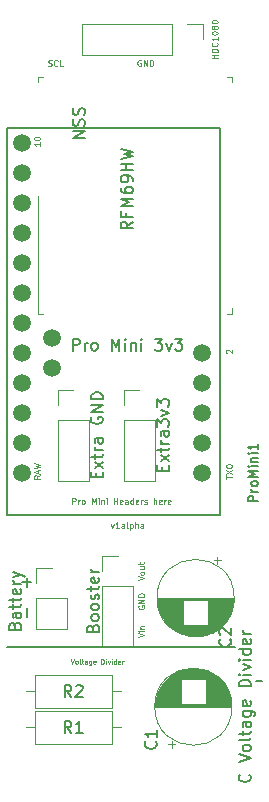
<source format=gbr>
%TF.GenerationSoftware,KiCad,Pcbnew,6.0.2+dfsg-1*%
%TF.CreationDate,2024-09-24T11:18:57+02:00*%
%TF.ProjectId,shield,73686965-6c64-42e6-9b69-6361645f7063,rev?*%
%TF.SameCoordinates,Original*%
%TF.FileFunction,Legend,Top*%
%TF.FilePolarity,Positive*%
%FSLAX46Y46*%
G04 Gerber Fmt 4.6, Leading zero omitted, Abs format (unit mm)*
G04 Created by KiCad (PCBNEW 6.0.2+dfsg-1) date 2024-09-24 11:18:57*
%MOMM*%
%LPD*%
G01*
G04 APERTURE LIST*
%ADD10C,0.150000*%
%ADD11C,0.125000*%
%ADD12C,0.100000*%
%ADD13C,0.160000*%
%ADD14C,0.120000*%
%ADD15C,1.501140*%
G04 APERTURE END LIST*
D10*
X115062000Y-107203000D02*
X115570000Y-107203000D01*
X93980000Y-104300000D02*
X113224000Y-104300000D01*
D11*
X102747142Y-93872857D02*
X102866190Y-94206190D01*
X102985238Y-93872857D01*
X103437619Y-94206190D02*
X103151904Y-94206190D01*
X103294761Y-94206190D02*
X103294761Y-93706190D01*
X103247142Y-93777619D01*
X103199523Y-93825238D01*
X103151904Y-93849047D01*
X103866190Y-94206190D02*
X103866190Y-93944285D01*
X103842380Y-93896666D01*
X103794761Y-93872857D01*
X103699523Y-93872857D01*
X103651904Y-93896666D01*
X103866190Y-94182380D02*
X103818571Y-94206190D01*
X103699523Y-94206190D01*
X103651904Y-94182380D01*
X103628095Y-94134761D01*
X103628095Y-94087142D01*
X103651904Y-94039523D01*
X103699523Y-94015714D01*
X103818571Y-94015714D01*
X103866190Y-93991904D01*
X104175714Y-94206190D02*
X104128095Y-94182380D01*
X104104285Y-94134761D01*
X104104285Y-93706190D01*
X104366190Y-93872857D02*
X104366190Y-94372857D01*
X104366190Y-93896666D02*
X104413809Y-93872857D01*
X104509047Y-93872857D01*
X104556666Y-93896666D01*
X104580476Y-93920476D01*
X104604285Y-93968095D01*
X104604285Y-94110952D01*
X104580476Y-94158571D01*
X104556666Y-94182380D01*
X104509047Y-94206190D01*
X104413809Y-94206190D01*
X104366190Y-94182380D01*
X104818571Y-94206190D02*
X104818571Y-93706190D01*
X105032857Y-94206190D02*
X105032857Y-93944285D01*
X105009047Y-93896666D01*
X104961428Y-93872857D01*
X104890000Y-93872857D01*
X104842380Y-93896666D01*
X104818571Y-93920476D01*
X105485238Y-94206190D02*
X105485238Y-93944285D01*
X105461428Y-93896666D01*
X105413809Y-93872857D01*
X105318571Y-93872857D01*
X105270952Y-93896666D01*
X105485238Y-94182380D02*
X105437619Y-94206190D01*
X105318571Y-94206190D01*
X105270952Y-94182380D01*
X105247142Y-94134761D01*
X105247142Y-94087142D01*
X105270952Y-94039523D01*
X105318571Y-94015714D01*
X105437619Y-94015714D01*
X105485238Y-93991904D01*
D10*
X101214571Y-102676904D02*
X101262190Y-102534047D01*
X101309809Y-102486428D01*
X101405047Y-102438809D01*
X101547904Y-102438809D01*
X101643142Y-102486428D01*
X101690761Y-102534047D01*
X101738380Y-102629285D01*
X101738380Y-103010238D01*
X100738380Y-103010238D01*
X100738380Y-102676904D01*
X100786000Y-102581666D01*
X100833619Y-102534047D01*
X100928857Y-102486428D01*
X101024095Y-102486428D01*
X101119333Y-102534047D01*
X101166952Y-102581666D01*
X101214571Y-102676904D01*
X101214571Y-103010238D01*
X101738380Y-101867380D02*
X101690761Y-101962619D01*
X101643142Y-102010238D01*
X101547904Y-102057857D01*
X101262190Y-102057857D01*
X101166952Y-102010238D01*
X101119333Y-101962619D01*
X101071714Y-101867380D01*
X101071714Y-101724523D01*
X101119333Y-101629285D01*
X101166952Y-101581666D01*
X101262190Y-101534047D01*
X101547904Y-101534047D01*
X101643142Y-101581666D01*
X101690761Y-101629285D01*
X101738380Y-101724523D01*
X101738380Y-101867380D01*
X101738380Y-100962619D02*
X101690761Y-101057857D01*
X101643142Y-101105476D01*
X101547904Y-101153095D01*
X101262190Y-101153095D01*
X101166952Y-101105476D01*
X101119333Y-101057857D01*
X101071714Y-100962619D01*
X101071714Y-100819761D01*
X101119333Y-100724523D01*
X101166952Y-100676904D01*
X101262190Y-100629285D01*
X101547904Y-100629285D01*
X101643142Y-100676904D01*
X101690761Y-100724523D01*
X101738380Y-100819761D01*
X101738380Y-100962619D01*
X101690761Y-100248333D02*
X101738380Y-100153095D01*
X101738380Y-99962619D01*
X101690761Y-99867380D01*
X101595523Y-99819761D01*
X101547904Y-99819761D01*
X101452666Y-99867380D01*
X101405047Y-99962619D01*
X101405047Y-100105476D01*
X101357428Y-100200714D01*
X101262190Y-100248333D01*
X101214571Y-100248333D01*
X101119333Y-100200714D01*
X101071714Y-100105476D01*
X101071714Y-99962619D01*
X101119333Y-99867380D01*
X101071714Y-99534047D02*
X101071714Y-99153095D01*
X100738380Y-99391190D02*
X101595523Y-99391190D01*
X101690761Y-99343571D01*
X101738380Y-99248333D01*
X101738380Y-99153095D01*
X101690761Y-98438809D02*
X101738380Y-98534047D01*
X101738380Y-98724523D01*
X101690761Y-98819761D01*
X101595523Y-98867380D01*
X101214571Y-98867380D01*
X101119333Y-98819761D01*
X101071714Y-98724523D01*
X101071714Y-98534047D01*
X101119333Y-98438809D01*
X101214571Y-98391190D01*
X101309809Y-98391190D01*
X101405047Y-98867380D01*
X101738380Y-97962619D02*
X101071714Y-97962619D01*
X101262190Y-97962619D02*
X101166952Y-97915000D01*
X101119333Y-97867380D01*
X101071714Y-97772142D01*
X101071714Y-97676904D01*
D11*
X99489142Y-92174190D02*
X99489142Y-91674190D01*
X99679619Y-91674190D01*
X99727238Y-91698000D01*
X99751047Y-91721809D01*
X99774857Y-91769428D01*
X99774857Y-91840857D01*
X99751047Y-91888476D01*
X99727238Y-91912285D01*
X99679619Y-91936095D01*
X99489142Y-91936095D01*
X99989142Y-92174190D02*
X99989142Y-91840857D01*
X99989142Y-91936095D02*
X100012952Y-91888476D01*
X100036761Y-91864666D01*
X100084380Y-91840857D01*
X100132000Y-91840857D01*
X100370095Y-92174190D02*
X100322476Y-92150380D01*
X100298666Y-92126571D01*
X100274857Y-92078952D01*
X100274857Y-91936095D01*
X100298666Y-91888476D01*
X100322476Y-91864666D01*
X100370095Y-91840857D01*
X100441523Y-91840857D01*
X100489142Y-91864666D01*
X100512952Y-91888476D01*
X100536761Y-91936095D01*
X100536761Y-92078952D01*
X100512952Y-92126571D01*
X100489142Y-92150380D01*
X100441523Y-92174190D01*
X100370095Y-92174190D01*
X101132000Y-92174190D02*
X101132000Y-91674190D01*
X101298666Y-92031333D01*
X101465333Y-91674190D01*
X101465333Y-92174190D01*
X101703428Y-92174190D02*
X101703428Y-91840857D01*
X101703428Y-91674190D02*
X101679619Y-91698000D01*
X101703428Y-91721809D01*
X101727238Y-91698000D01*
X101703428Y-91674190D01*
X101703428Y-91721809D01*
X101941523Y-91840857D02*
X101941523Y-92174190D01*
X101941523Y-91888476D02*
X101965333Y-91864666D01*
X102012952Y-91840857D01*
X102084380Y-91840857D01*
X102132000Y-91864666D01*
X102155809Y-91912285D01*
X102155809Y-92174190D01*
X102393904Y-92174190D02*
X102393904Y-91840857D01*
X102393904Y-91674190D02*
X102370095Y-91698000D01*
X102393904Y-91721809D01*
X102417714Y-91698000D01*
X102393904Y-91674190D01*
X102393904Y-91721809D01*
X103012952Y-92174190D02*
X103012952Y-91674190D01*
X103012952Y-91912285D02*
X103298666Y-91912285D01*
X103298666Y-92174190D02*
X103298666Y-91674190D01*
X103727238Y-92150380D02*
X103679619Y-92174190D01*
X103584380Y-92174190D01*
X103536761Y-92150380D01*
X103512952Y-92102761D01*
X103512952Y-91912285D01*
X103536761Y-91864666D01*
X103584380Y-91840857D01*
X103679619Y-91840857D01*
X103727238Y-91864666D01*
X103751047Y-91912285D01*
X103751047Y-91959904D01*
X103512952Y-92007523D01*
X104179619Y-92174190D02*
X104179619Y-91912285D01*
X104155809Y-91864666D01*
X104108190Y-91840857D01*
X104012952Y-91840857D01*
X103965333Y-91864666D01*
X104179619Y-92150380D02*
X104132000Y-92174190D01*
X104012952Y-92174190D01*
X103965333Y-92150380D01*
X103941523Y-92102761D01*
X103941523Y-92055142D01*
X103965333Y-92007523D01*
X104012952Y-91983714D01*
X104132000Y-91983714D01*
X104179619Y-91959904D01*
X104632000Y-92174190D02*
X104632000Y-91674190D01*
X104632000Y-92150380D02*
X104584380Y-92174190D01*
X104489142Y-92174190D01*
X104441523Y-92150380D01*
X104417714Y-92126571D01*
X104393904Y-92078952D01*
X104393904Y-91936095D01*
X104417714Y-91888476D01*
X104441523Y-91864666D01*
X104489142Y-91840857D01*
X104584380Y-91840857D01*
X104632000Y-91864666D01*
X105060571Y-92150380D02*
X105012952Y-92174190D01*
X104917714Y-92174190D01*
X104870095Y-92150380D01*
X104846285Y-92102761D01*
X104846285Y-91912285D01*
X104870095Y-91864666D01*
X104917714Y-91840857D01*
X105012952Y-91840857D01*
X105060571Y-91864666D01*
X105084380Y-91912285D01*
X105084380Y-91959904D01*
X104846285Y-92007523D01*
X105298666Y-92174190D02*
X105298666Y-91840857D01*
X105298666Y-91936095D02*
X105322476Y-91888476D01*
X105346285Y-91864666D01*
X105393904Y-91840857D01*
X105441523Y-91840857D01*
X105584380Y-92150380D02*
X105632000Y-92174190D01*
X105727238Y-92174190D01*
X105774857Y-92150380D01*
X105798666Y-92102761D01*
X105798666Y-92078952D01*
X105774857Y-92031333D01*
X105727238Y-92007523D01*
X105655809Y-92007523D01*
X105608190Y-91983714D01*
X105584380Y-91936095D01*
X105584380Y-91912285D01*
X105608190Y-91864666D01*
X105655809Y-91840857D01*
X105727238Y-91840857D01*
X105774857Y-91864666D01*
X106393904Y-92174190D02*
X106393904Y-91674190D01*
X106608190Y-92174190D02*
X106608190Y-91912285D01*
X106584380Y-91864666D01*
X106536761Y-91840857D01*
X106465333Y-91840857D01*
X106417714Y-91864666D01*
X106393904Y-91888476D01*
X107036761Y-92150380D02*
X106989142Y-92174190D01*
X106893904Y-92174190D01*
X106846285Y-92150380D01*
X106822476Y-92102761D01*
X106822476Y-91912285D01*
X106846285Y-91864666D01*
X106893904Y-91840857D01*
X106989142Y-91840857D01*
X107036761Y-91864666D01*
X107060571Y-91912285D01*
X107060571Y-91959904D01*
X106822476Y-92007523D01*
X107274857Y-92174190D02*
X107274857Y-91840857D01*
X107274857Y-91936095D02*
X107298666Y-91888476D01*
X107322476Y-91864666D01*
X107370095Y-91840857D01*
X107417714Y-91840857D01*
X107774857Y-92150380D02*
X107727238Y-92174190D01*
X107632000Y-92174190D01*
X107584380Y-92150380D01*
X107560571Y-92102761D01*
X107560571Y-91912285D01*
X107584380Y-91864666D01*
X107632000Y-91840857D01*
X107727238Y-91840857D01*
X107774857Y-91864666D01*
X107798666Y-91912285D01*
X107798666Y-91959904D01*
X107560571Y-92007523D01*
X105100000Y-100795952D02*
X105076190Y-100843571D01*
X105076190Y-100915000D01*
X105100000Y-100986428D01*
X105147619Y-101034047D01*
X105195238Y-101057857D01*
X105290476Y-101081666D01*
X105361904Y-101081666D01*
X105457142Y-101057857D01*
X105504761Y-101034047D01*
X105552380Y-100986428D01*
X105576190Y-100915000D01*
X105576190Y-100867380D01*
X105552380Y-100795952D01*
X105528571Y-100772142D01*
X105361904Y-100772142D01*
X105361904Y-100867380D01*
X105576190Y-100557857D02*
X105076190Y-100557857D01*
X105576190Y-100272142D01*
X105076190Y-100272142D01*
X105576190Y-100034047D02*
X105076190Y-100034047D01*
X105076190Y-99915000D01*
X105100000Y-99843571D01*
X105147619Y-99795952D01*
X105195238Y-99772142D01*
X105290476Y-99748333D01*
X105361904Y-99748333D01*
X105457142Y-99772142D01*
X105504761Y-99795952D01*
X105552380Y-99843571D01*
X105576190Y-99915000D01*
X105576190Y-100034047D01*
X112549809Y-79390857D02*
X112526000Y-79367047D01*
X112502190Y-79319428D01*
X112502190Y-79200380D01*
X112526000Y-79152761D01*
X112549809Y-79128952D01*
X112597428Y-79105142D01*
X112645047Y-79105142D01*
X112716476Y-79128952D01*
X113002190Y-79414666D01*
X113002190Y-79105142D01*
X112502190Y-90027047D02*
X112502190Y-89741333D01*
X113002190Y-89884190D02*
X112502190Y-89884190D01*
X112502190Y-89622285D02*
X113002190Y-89288952D01*
X112502190Y-89288952D02*
X113002190Y-89622285D01*
X112502190Y-89003238D02*
X112502190Y-88955619D01*
X112526000Y-88908000D01*
X112549809Y-88884190D01*
X112597428Y-88860380D01*
X112692666Y-88836571D01*
X112811714Y-88836571D01*
X112906952Y-88860380D01*
X112954571Y-88884190D01*
X112978380Y-88908000D01*
X113002190Y-88955619D01*
X113002190Y-89003238D01*
X112978380Y-89050857D01*
X112954571Y-89074666D01*
X112906952Y-89098476D01*
X112811714Y-89122285D01*
X112692666Y-89122285D01*
X112597428Y-89098476D01*
X112549809Y-89074666D01*
X112526000Y-89050857D01*
X112502190Y-89003238D01*
D10*
X94610571Y-102486428D02*
X94658190Y-102343571D01*
X94705809Y-102295952D01*
X94801047Y-102248333D01*
X94943904Y-102248333D01*
X95039142Y-102295952D01*
X95086761Y-102343571D01*
X95134380Y-102438809D01*
X95134380Y-102819761D01*
X94134380Y-102819761D01*
X94134380Y-102486428D01*
X94182000Y-102391190D01*
X94229619Y-102343571D01*
X94324857Y-102295952D01*
X94420095Y-102295952D01*
X94515333Y-102343571D01*
X94562952Y-102391190D01*
X94610571Y-102486428D01*
X94610571Y-102819761D01*
X95134380Y-101391190D02*
X94610571Y-101391190D01*
X94515333Y-101438809D01*
X94467714Y-101534047D01*
X94467714Y-101724523D01*
X94515333Y-101819761D01*
X95086761Y-101391190D02*
X95134380Y-101486428D01*
X95134380Y-101724523D01*
X95086761Y-101819761D01*
X94991523Y-101867380D01*
X94896285Y-101867380D01*
X94801047Y-101819761D01*
X94753428Y-101724523D01*
X94753428Y-101486428D01*
X94705809Y-101391190D01*
X94467714Y-101057857D02*
X94467714Y-100676904D01*
X94134380Y-100915000D02*
X94991523Y-100915000D01*
X95086761Y-100867380D01*
X95134380Y-100772142D01*
X95134380Y-100676904D01*
X94467714Y-100486428D02*
X94467714Y-100105476D01*
X94134380Y-100343571D02*
X94991523Y-100343571D01*
X95086761Y-100295952D01*
X95134380Y-100200714D01*
X95134380Y-100105476D01*
X95086761Y-99391190D02*
X95134380Y-99486428D01*
X95134380Y-99676904D01*
X95086761Y-99772142D01*
X94991523Y-99819761D01*
X94610571Y-99819761D01*
X94515333Y-99772142D01*
X94467714Y-99676904D01*
X94467714Y-99486428D01*
X94515333Y-99391190D01*
X94610571Y-99343571D01*
X94705809Y-99343571D01*
X94801047Y-99819761D01*
X95134380Y-98915000D02*
X94467714Y-98915000D01*
X94658190Y-98915000D02*
X94562952Y-98867380D01*
X94515333Y-98819761D01*
X94467714Y-98724523D01*
X94467714Y-98629285D01*
X94467714Y-98391190D02*
X95134380Y-98153095D01*
X94467714Y-97915000D02*
X95134380Y-98153095D01*
X95372476Y-98248333D01*
X95420095Y-98295952D01*
X95467714Y-98391190D01*
X95626571Y-98422426D02*
X95626571Y-99184331D01*
X95245619Y-98803379D02*
X96007523Y-98803379D01*
D11*
X96746190Y-61563238D02*
X96746190Y-61848952D01*
X96746190Y-61706095D02*
X96246190Y-61706095D01*
X96317619Y-61753714D01*
X96365238Y-61801333D01*
X96389047Y-61848952D01*
X96246190Y-61253714D02*
X96246190Y-61206095D01*
X96270000Y-61158476D01*
X96293809Y-61134666D01*
X96341428Y-61110857D01*
X96436666Y-61087047D01*
X96555714Y-61087047D01*
X96650952Y-61110857D01*
X96698571Y-61134666D01*
X96722380Y-61158476D01*
X96746190Y-61206095D01*
X96746190Y-61253714D01*
X96722380Y-61301333D01*
X96698571Y-61325142D01*
X96650952Y-61348952D01*
X96555714Y-61372761D01*
X96436666Y-61372761D01*
X96341428Y-61348952D01*
X96293809Y-61325142D01*
X96270000Y-61301333D01*
X96246190Y-61253714D01*
X105076190Y-103466904D02*
X105576190Y-103300238D01*
X105076190Y-103133571D01*
X105576190Y-102966904D02*
X105242857Y-102966904D01*
X105076190Y-102966904D02*
X105100000Y-102990714D01*
X105123809Y-102966904D01*
X105100000Y-102943095D01*
X105076190Y-102966904D01*
X105123809Y-102966904D01*
X105242857Y-102728809D02*
X105576190Y-102728809D01*
X105290476Y-102728809D02*
X105266666Y-102705000D01*
X105242857Y-102657380D01*
X105242857Y-102585952D01*
X105266666Y-102538333D01*
X105314285Y-102514523D01*
X105576190Y-102514523D01*
X96746190Y-89753238D02*
X96508095Y-89919904D01*
X96746190Y-90038952D02*
X96246190Y-90038952D01*
X96246190Y-89848476D01*
X96270000Y-89800857D01*
X96293809Y-89777047D01*
X96341428Y-89753238D01*
X96412857Y-89753238D01*
X96460476Y-89777047D01*
X96484285Y-89800857D01*
X96508095Y-89848476D01*
X96508095Y-90038952D01*
X96603333Y-89562761D02*
X96603333Y-89324666D01*
X96746190Y-89610380D02*
X96246190Y-89443714D01*
X96746190Y-89277047D01*
X96246190Y-89158000D02*
X96746190Y-89038952D01*
X96389047Y-88943714D01*
X96746190Y-88848476D01*
X96246190Y-88729428D01*
D10*
X95626571Y-100962426D02*
X95626571Y-101724331D01*
D11*
X105283047Y-54614000D02*
X105235428Y-54590190D01*
X105164000Y-54590190D01*
X105092571Y-54614000D01*
X105044952Y-54661619D01*
X105021142Y-54709238D01*
X104997333Y-54804476D01*
X104997333Y-54875904D01*
X105021142Y-54971142D01*
X105044952Y-55018761D01*
X105092571Y-55066380D01*
X105164000Y-55090190D01*
X105211619Y-55090190D01*
X105283047Y-55066380D01*
X105306857Y-55042571D01*
X105306857Y-54875904D01*
X105211619Y-54875904D01*
X105521142Y-55090190D02*
X105521142Y-54590190D01*
X105806857Y-55090190D01*
X105806857Y-54590190D01*
X106044952Y-55090190D02*
X106044952Y-54590190D01*
X106164000Y-54590190D01*
X106235428Y-54614000D01*
X106283047Y-54661619D01*
X106306857Y-54709238D01*
X106330666Y-54804476D01*
X106330666Y-54875904D01*
X106306857Y-54971142D01*
X106283047Y-55018761D01*
X106235428Y-55066380D01*
X106164000Y-55090190D01*
X106044952Y-55090190D01*
X97448761Y-55066380D02*
X97520190Y-55090190D01*
X97639238Y-55090190D01*
X97686857Y-55066380D01*
X97710666Y-55042571D01*
X97734476Y-54994952D01*
X97734476Y-54947333D01*
X97710666Y-54899714D01*
X97686857Y-54875904D01*
X97639238Y-54852095D01*
X97544000Y-54828285D01*
X97496380Y-54804476D01*
X97472571Y-54780666D01*
X97448761Y-54733047D01*
X97448761Y-54685428D01*
X97472571Y-54637809D01*
X97496380Y-54614000D01*
X97544000Y-54590190D01*
X97663047Y-54590190D01*
X97734476Y-54614000D01*
X98234476Y-55042571D02*
X98210666Y-55066380D01*
X98139238Y-55090190D01*
X98091619Y-55090190D01*
X98020190Y-55066380D01*
X97972571Y-55018761D01*
X97948761Y-54971142D01*
X97924952Y-54875904D01*
X97924952Y-54804476D01*
X97948761Y-54709238D01*
X97972571Y-54661619D01*
X98020190Y-54614000D01*
X98091619Y-54590190D01*
X98139238Y-54590190D01*
X98210666Y-54614000D01*
X98234476Y-54637809D01*
X98686857Y-55090190D02*
X98448761Y-55090190D01*
X98448761Y-54590190D01*
X105076190Y-98636904D02*
X105576190Y-98470238D01*
X105076190Y-98303571D01*
X105576190Y-98065476D02*
X105552380Y-98113095D01*
X105528571Y-98136904D01*
X105480952Y-98160714D01*
X105338095Y-98160714D01*
X105290476Y-98136904D01*
X105266666Y-98113095D01*
X105242857Y-98065476D01*
X105242857Y-97994047D01*
X105266666Y-97946428D01*
X105290476Y-97922619D01*
X105338095Y-97898809D01*
X105480952Y-97898809D01*
X105528571Y-97922619D01*
X105552380Y-97946428D01*
X105576190Y-97994047D01*
X105576190Y-98065476D01*
X105242857Y-97470238D02*
X105576190Y-97470238D01*
X105242857Y-97684523D02*
X105504761Y-97684523D01*
X105552380Y-97660714D01*
X105576190Y-97613095D01*
X105576190Y-97541666D01*
X105552380Y-97494047D01*
X105528571Y-97470238D01*
X105242857Y-97303571D02*
X105242857Y-97113095D01*
X105076190Y-97232142D02*
X105504761Y-97232142D01*
X105552380Y-97208333D01*
X105576190Y-97160714D01*
X105576190Y-97113095D01*
D12*
X99361904Y-105305952D02*
X99495238Y-105705952D01*
X99628571Y-105305952D01*
X99819047Y-105705952D02*
X99780952Y-105686904D01*
X99761904Y-105667857D01*
X99742857Y-105629761D01*
X99742857Y-105515476D01*
X99761904Y-105477380D01*
X99780952Y-105458333D01*
X99819047Y-105439285D01*
X99876190Y-105439285D01*
X99914285Y-105458333D01*
X99933333Y-105477380D01*
X99952380Y-105515476D01*
X99952380Y-105629761D01*
X99933333Y-105667857D01*
X99914285Y-105686904D01*
X99876190Y-105705952D01*
X99819047Y-105705952D01*
X100180952Y-105705952D02*
X100142857Y-105686904D01*
X100123809Y-105648809D01*
X100123809Y-105305952D01*
X100276190Y-105439285D02*
X100428571Y-105439285D01*
X100333333Y-105305952D02*
X100333333Y-105648809D01*
X100352380Y-105686904D01*
X100390476Y-105705952D01*
X100428571Y-105705952D01*
X100733333Y-105705952D02*
X100733333Y-105496428D01*
X100714285Y-105458333D01*
X100676190Y-105439285D01*
X100600000Y-105439285D01*
X100561904Y-105458333D01*
X100733333Y-105686904D02*
X100695238Y-105705952D01*
X100600000Y-105705952D01*
X100561904Y-105686904D01*
X100542857Y-105648809D01*
X100542857Y-105610714D01*
X100561904Y-105572619D01*
X100600000Y-105553571D01*
X100695238Y-105553571D01*
X100733333Y-105534523D01*
X101095238Y-105439285D02*
X101095238Y-105763095D01*
X101076190Y-105801190D01*
X101057142Y-105820238D01*
X101019047Y-105839285D01*
X100961904Y-105839285D01*
X100923809Y-105820238D01*
X101095238Y-105686904D02*
X101057142Y-105705952D01*
X100980952Y-105705952D01*
X100942857Y-105686904D01*
X100923809Y-105667857D01*
X100904761Y-105629761D01*
X100904761Y-105515476D01*
X100923809Y-105477380D01*
X100942857Y-105458333D01*
X100980952Y-105439285D01*
X101057142Y-105439285D01*
X101095238Y-105458333D01*
X101438095Y-105686904D02*
X101400000Y-105705952D01*
X101323809Y-105705952D01*
X101285714Y-105686904D01*
X101266666Y-105648809D01*
X101266666Y-105496428D01*
X101285714Y-105458333D01*
X101323809Y-105439285D01*
X101400000Y-105439285D01*
X101438095Y-105458333D01*
X101457142Y-105496428D01*
X101457142Y-105534523D01*
X101266666Y-105572619D01*
X101933333Y-105705952D02*
X101933333Y-105305952D01*
X102028571Y-105305952D01*
X102085714Y-105325000D01*
X102123809Y-105363095D01*
X102142857Y-105401190D01*
X102161904Y-105477380D01*
X102161904Y-105534523D01*
X102142857Y-105610714D01*
X102123809Y-105648809D01*
X102085714Y-105686904D01*
X102028571Y-105705952D01*
X101933333Y-105705952D01*
X102333333Y-105705952D02*
X102333333Y-105439285D01*
X102333333Y-105305952D02*
X102314285Y-105325000D01*
X102333333Y-105344047D01*
X102352380Y-105325000D01*
X102333333Y-105305952D01*
X102333333Y-105344047D01*
X102485714Y-105439285D02*
X102580952Y-105705952D01*
X102676190Y-105439285D01*
X102828571Y-105705952D02*
X102828571Y-105439285D01*
X102828571Y-105305952D02*
X102809523Y-105325000D01*
X102828571Y-105344047D01*
X102847619Y-105325000D01*
X102828571Y-105305952D01*
X102828571Y-105344047D01*
X103190476Y-105705952D02*
X103190476Y-105305952D01*
X103190476Y-105686904D02*
X103152380Y-105705952D01*
X103076190Y-105705952D01*
X103038095Y-105686904D01*
X103019047Y-105667857D01*
X103000000Y-105629761D01*
X103000000Y-105515476D01*
X103019047Y-105477380D01*
X103038095Y-105458333D01*
X103076190Y-105439285D01*
X103152380Y-105439285D01*
X103190476Y-105458333D01*
X103533333Y-105686904D02*
X103495238Y-105705952D01*
X103419047Y-105705952D01*
X103380952Y-105686904D01*
X103361904Y-105648809D01*
X103361904Y-105496428D01*
X103380952Y-105458333D01*
X103419047Y-105439285D01*
X103495238Y-105439285D01*
X103533333Y-105458333D01*
X103552380Y-105496428D01*
X103552380Y-105534523D01*
X103361904Y-105572619D01*
X103723809Y-105705952D02*
X103723809Y-105439285D01*
X103723809Y-105515476D02*
X103742857Y-105477380D01*
X103761904Y-105458333D01*
X103800000Y-105439285D01*
X103838095Y-105439285D01*
D10*
X104592380Y-68270095D02*
X104116190Y-68603428D01*
X104592380Y-68841523D02*
X103592380Y-68841523D01*
X103592380Y-68460571D01*
X103640000Y-68365333D01*
X103687619Y-68317714D01*
X103782857Y-68270095D01*
X103925714Y-68270095D01*
X104020952Y-68317714D01*
X104068571Y-68365333D01*
X104116190Y-68460571D01*
X104116190Y-68841523D01*
X104068571Y-67508190D02*
X104068571Y-67841523D01*
X104592380Y-67841523D02*
X103592380Y-67841523D01*
X103592380Y-67365333D01*
X104592380Y-66984380D02*
X103592380Y-66984380D01*
X104306666Y-66651047D01*
X103592380Y-66317714D01*
X104592380Y-66317714D01*
X103592380Y-65412952D02*
X103592380Y-65603428D01*
X103640000Y-65698666D01*
X103687619Y-65746285D01*
X103830476Y-65841523D01*
X104020952Y-65889142D01*
X104401904Y-65889142D01*
X104497142Y-65841523D01*
X104544761Y-65793904D01*
X104592380Y-65698666D01*
X104592380Y-65508190D01*
X104544761Y-65412952D01*
X104497142Y-65365333D01*
X104401904Y-65317714D01*
X104163809Y-65317714D01*
X104068571Y-65365333D01*
X104020952Y-65412952D01*
X103973333Y-65508190D01*
X103973333Y-65698666D01*
X104020952Y-65793904D01*
X104068571Y-65841523D01*
X104163809Y-65889142D01*
X104592380Y-64841523D02*
X104592380Y-64651047D01*
X104544761Y-64555809D01*
X104497142Y-64508190D01*
X104354285Y-64412952D01*
X104163809Y-64365333D01*
X103782857Y-64365333D01*
X103687619Y-64412952D01*
X103640000Y-64460571D01*
X103592380Y-64555809D01*
X103592380Y-64746285D01*
X103640000Y-64841523D01*
X103687619Y-64889142D01*
X103782857Y-64936761D01*
X104020952Y-64936761D01*
X104116190Y-64889142D01*
X104163809Y-64841523D01*
X104211428Y-64746285D01*
X104211428Y-64555809D01*
X104163809Y-64460571D01*
X104116190Y-64412952D01*
X104020952Y-64365333D01*
X104592380Y-63936761D02*
X103592380Y-63936761D01*
X104068571Y-63936761D02*
X104068571Y-63365333D01*
X104592380Y-63365333D02*
X103592380Y-63365333D01*
X103592380Y-62984380D02*
X104592380Y-62746285D01*
X103878095Y-62555809D01*
X104592380Y-62365333D01*
X103592380Y-62127238D01*
X101528571Y-89931428D02*
X101528571Y-89598095D01*
X102052380Y-89455238D02*
X102052380Y-89931428D01*
X101052380Y-89931428D01*
X101052380Y-89455238D01*
X102052380Y-89121904D02*
X101385714Y-88598095D01*
X101385714Y-89121904D02*
X102052380Y-88598095D01*
X101385714Y-88360000D02*
X101385714Y-87979047D01*
X101052380Y-88217142D02*
X101909523Y-88217142D01*
X102004761Y-88169523D01*
X102052380Y-88074285D01*
X102052380Y-87979047D01*
X102052380Y-87645714D02*
X101385714Y-87645714D01*
X101576190Y-87645714D02*
X101480952Y-87598095D01*
X101433333Y-87550476D01*
X101385714Y-87455238D01*
X101385714Y-87360000D01*
X102052380Y-86598095D02*
X101528571Y-86598095D01*
X101433333Y-86645714D01*
X101385714Y-86740952D01*
X101385714Y-86931428D01*
X101433333Y-87026666D01*
X102004761Y-86598095D02*
X102052380Y-86693333D01*
X102052380Y-86931428D01*
X102004761Y-87026666D01*
X101909523Y-87074285D01*
X101814285Y-87074285D01*
X101719047Y-87026666D01*
X101671428Y-86931428D01*
X101671428Y-86693333D01*
X101623809Y-86598095D01*
X101100000Y-84836190D02*
X101052380Y-84931428D01*
X101052380Y-85074285D01*
X101100000Y-85217142D01*
X101195238Y-85312380D01*
X101290476Y-85360000D01*
X101480952Y-85407619D01*
X101623809Y-85407619D01*
X101814285Y-85360000D01*
X101909523Y-85312380D01*
X102004761Y-85217142D01*
X102052380Y-85074285D01*
X102052380Y-84979047D01*
X102004761Y-84836190D01*
X101957142Y-84788571D01*
X101623809Y-84788571D01*
X101623809Y-84979047D01*
X102052380Y-84360000D02*
X101052380Y-84360000D01*
X102052380Y-83788571D01*
X101052380Y-83788571D01*
X102052380Y-83312380D02*
X101052380Y-83312380D01*
X101052380Y-83074285D01*
X101100000Y-82931428D01*
X101195238Y-82836190D01*
X101290476Y-82788571D01*
X101480952Y-82740952D01*
X101623809Y-82740952D01*
X101814285Y-82788571D01*
X101909523Y-82836190D01*
X102004761Y-82931428D01*
X102052380Y-83074285D01*
X102052380Y-83312380D01*
X100528380Y-61182095D02*
X99528380Y-61182095D01*
X100528380Y-60610666D01*
X99528380Y-60610666D01*
X100480761Y-60182095D02*
X100528380Y-60039238D01*
X100528380Y-59801142D01*
X100480761Y-59705904D01*
X100433142Y-59658285D01*
X100337904Y-59610666D01*
X100242666Y-59610666D01*
X100147428Y-59658285D01*
X100099809Y-59705904D01*
X100052190Y-59801142D01*
X100004571Y-59991619D01*
X99956952Y-60086857D01*
X99909333Y-60134476D01*
X99814095Y-60182095D01*
X99718857Y-60182095D01*
X99623619Y-60134476D01*
X99576000Y-60086857D01*
X99528380Y-59991619D01*
X99528380Y-59753523D01*
X99576000Y-59610666D01*
X100480761Y-59229714D02*
X100528380Y-59086857D01*
X100528380Y-58848761D01*
X100480761Y-58753523D01*
X100433142Y-58705904D01*
X100337904Y-58658285D01*
X100242666Y-58658285D01*
X100147428Y-58705904D01*
X100099809Y-58753523D01*
X100052190Y-58848761D01*
X100004571Y-59039238D01*
X99956952Y-59134476D01*
X99909333Y-59182095D01*
X99814095Y-59229714D01*
X99718857Y-59229714D01*
X99623619Y-59182095D01*
X99576000Y-59134476D01*
X99528380Y-59039238D01*
X99528380Y-58801142D01*
X99576000Y-58658285D01*
%TO.C,C2*%
X112819142Y-103629666D02*
X112866761Y-103677285D01*
X112914380Y-103820142D01*
X112914380Y-103915380D01*
X112866761Y-104058238D01*
X112771523Y-104153476D01*
X112676285Y-104201095D01*
X112485809Y-104248714D01*
X112342952Y-104248714D01*
X112152476Y-104201095D01*
X112057238Y-104153476D01*
X111962000Y-104058238D01*
X111914380Y-103915380D01*
X111914380Y-103820142D01*
X111962000Y-103677285D01*
X112009619Y-103629666D01*
X112009619Y-103248714D02*
X111962000Y-103201095D01*
X111914380Y-103105857D01*
X111914380Y-102867761D01*
X111962000Y-102772523D01*
X112009619Y-102724904D01*
X112104857Y-102677285D01*
X112200095Y-102677285D01*
X112342952Y-102724904D01*
X112914380Y-103296333D01*
X112914380Y-102677285D01*
X112832974Y-103631420D02*
X112880593Y-103679039D01*
X112928212Y-103821896D01*
X112928212Y-103917134D01*
X112880593Y-104059992D01*
X112785355Y-104155230D01*
X112690117Y-104202849D01*
X112499641Y-104250468D01*
X112356784Y-104250468D01*
X112166308Y-104202849D01*
X112071070Y-104155230D01*
X111975832Y-104059992D01*
X111928212Y-103917134D01*
X111928212Y-103821896D01*
X111975832Y-103679039D01*
X112023451Y-103631420D01*
X112023451Y-103250468D02*
X111975832Y-103202849D01*
X111928212Y-103107611D01*
X111928212Y-102869515D01*
X111975832Y-102774277D01*
X112023451Y-102726658D01*
X112118689Y-102679039D01*
X112213927Y-102679039D01*
X112356784Y-102726658D01*
X112928212Y-103298087D01*
X112928212Y-102679039D01*
%TO.C,R1*%
X99401333Y-111550380D02*
X99068000Y-111074190D01*
X98829904Y-111550380D02*
X98829904Y-110550380D01*
X99210857Y-110550380D01*
X99306095Y-110598000D01*
X99353714Y-110645619D01*
X99401333Y-110740857D01*
X99401333Y-110883714D01*
X99353714Y-110978952D01*
X99306095Y-111026571D01*
X99210857Y-111074190D01*
X98829904Y-111074190D01*
X100353714Y-111550380D02*
X99782285Y-111550380D01*
X100068000Y-111550380D02*
X100068000Y-110550380D01*
X99972761Y-110693238D01*
X99877523Y-110788476D01*
X99782285Y-110836095D01*
%TO.C,Extra3v3*%
X107116571Y-89360000D02*
X107116571Y-89026666D01*
X107640380Y-88883809D02*
X107640380Y-89360000D01*
X106640380Y-89360000D01*
X106640380Y-88883809D01*
X107640380Y-88550476D02*
X106973714Y-88026666D01*
X106973714Y-88550476D02*
X107640380Y-88026666D01*
X106973714Y-87788571D02*
X106973714Y-87407619D01*
X106640380Y-87645714D02*
X107497523Y-87645714D01*
X107592761Y-87598095D01*
X107640380Y-87502857D01*
X107640380Y-87407619D01*
X107640380Y-87074285D02*
X106973714Y-87074285D01*
X107164190Y-87074285D02*
X107068952Y-87026666D01*
X107021333Y-86979047D01*
X106973714Y-86883809D01*
X106973714Y-86788571D01*
X107640380Y-86026666D02*
X107116571Y-86026666D01*
X107021333Y-86074285D01*
X106973714Y-86169523D01*
X106973714Y-86360000D01*
X107021333Y-86455238D01*
X107592761Y-86026666D02*
X107640380Y-86121904D01*
X107640380Y-86360000D01*
X107592761Y-86455238D01*
X107497523Y-86502857D01*
X107402285Y-86502857D01*
X107307047Y-86455238D01*
X107259428Y-86360000D01*
X107259428Y-86121904D01*
X107211809Y-86026666D01*
X106640380Y-85645714D02*
X106640380Y-85026666D01*
X107021333Y-85360000D01*
X107021333Y-85217142D01*
X107068952Y-85121904D01*
X107116571Y-85074285D01*
X107211809Y-85026666D01*
X107449904Y-85026666D01*
X107545142Y-85074285D01*
X107592761Y-85121904D01*
X107640380Y-85217142D01*
X107640380Y-85502857D01*
X107592761Y-85598095D01*
X107545142Y-85645714D01*
X106973714Y-84693333D02*
X107640380Y-84455238D01*
X106973714Y-84217142D01*
X106640380Y-83931428D02*
X106640380Y-83312380D01*
X107021333Y-83645714D01*
X107021333Y-83502857D01*
X107068952Y-83407619D01*
X107116571Y-83360000D01*
X107211809Y-83312380D01*
X107449904Y-83312380D01*
X107545142Y-83360000D01*
X107592761Y-83407619D01*
X107640380Y-83502857D01*
X107640380Y-83788571D01*
X107592761Y-83883809D01*
X107545142Y-83931428D01*
D11*
%TO.C,HDC1080*%
X111776190Y-54427238D02*
X111276190Y-54427238D01*
X111514285Y-54427238D02*
X111514285Y-54141523D01*
X111776190Y-54141523D02*
X111276190Y-54141523D01*
X111776190Y-53903428D02*
X111276190Y-53903428D01*
X111276190Y-53784380D01*
X111300000Y-53712952D01*
X111347619Y-53665333D01*
X111395238Y-53641523D01*
X111490476Y-53617714D01*
X111561904Y-53617714D01*
X111657142Y-53641523D01*
X111704761Y-53665333D01*
X111752380Y-53712952D01*
X111776190Y-53784380D01*
X111776190Y-53903428D01*
X111728571Y-53117714D02*
X111752380Y-53141523D01*
X111776190Y-53212952D01*
X111776190Y-53260571D01*
X111752380Y-53332000D01*
X111704761Y-53379619D01*
X111657142Y-53403428D01*
X111561904Y-53427238D01*
X111490476Y-53427238D01*
X111395238Y-53403428D01*
X111347619Y-53379619D01*
X111300000Y-53332000D01*
X111276190Y-53260571D01*
X111276190Y-53212952D01*
X111300000Y-53141523D01*
X111323809Y-53117714D01*
X111776190Y-52641523D02*
X111776190Y-52927238D01*
X111776190Y-52784380D02*
X111276190Y-52784380D01*
X111347619Y-52832000D01*
X111395238Y-52879619D01*
X111419047Y-52927238D01*
X111276190Y-52332000D02*
X111276190Y-52284380D01*
X111300000Y-52236761D01*
X111323809Y-52212952D01*
X111371428Y-52189142D01*
X111466666Y-52165333D01*
X111585714Y-52165333D01*
X111680952Y-52189142D01*
X111728571Y-52212952D01*
X111752380Y-52236761D01*
X111776190Y-52284380D01*
X111776190Y-52332000D01*
X111752380Y-52379619D01*
X111728571Y-52403428D01*
X111680952Y-52427238D01*
X111585714Y-52451047D01*
X111466666Y-52451047D01*
X111371428Y-52427238D01*
X111323809Y-52403428D01*
X111300000Y-52379619D01*
X111276190Y-52332000D01*
X111490476Y-51879619D02*
X111466666Y-51927238D01*
X111442857Y-51951047D01*
X111395238Y-51974857D01*
X111371428Y-51974857D01*
X111323809Y-51951047D01*
X111300000Y-51927238D01*
X111276190Y-51879619D01*
X111276190Y-51784380D01*
X111300000Y-51736761D01*
X111323809Y-51712952D01*
X111371428Y-51689142D01*
X111395238Y-51689142D01*
X111442857Y-51712952D01*
X111466666Y-51736761D01*
X111490476Y-51784380D01*
X111490476Y-51879619D01*
X111514285Y-51927238D01*
X111538095Y-51951047D01*
X111585714Y-51974857D01*
X111680952Y-51974857D01*
X111728571Y-51951047D01*
X111752380Y-51927238D01*
X111776190Y-51879619D01*
X111776190Y-51784380D01*
X111752380Y-51736761D01*
X111728571Y-51712952D01*
X111680952Y-51689142D01*
X111585714Y-51689142D01*
X111538095Y-51712952D01*
X111514285Y-51736761D01*
X111490476Y-51784380D01*
X111276190Y-51379619D02*
X111276190Y-51332000D01*
X111300000Y-51284380D01*
X111323809Y-51260571D01*
X111371428Y-51236761D01*
X111466666Y-51212952D01*
X111585714Y-51212952D01*
X111680952Y-51236761D01*
X111728571Y-51260571D01*
X111752380Y-51284380D01*
X111776190Y-51332000D01*
X111776190Y-51379619D01*
X111752380Y-51427238D01*
X111728571Y-51451047D01*
X111680952Y-51474857D01*
X111585714Y-51498666D01*
X111466666Y-51498666D01*
X111371428Y-51474857D01*
X111323809Y-51451047D01*
X111300000Y-51427238D01*
X111276190Y-51379619D01*
D10*
%TO.C,R2*%
X99401333Y-108502380D02*
X99068000Y-108026190D01*
X98829904Y-108502380D02*
X98829904Y-107502380D01*
X99210857Y-107502380D01*
X99306095Y-107550000D01*
X99353714Y-107597619D01*
X99401333Y-107692857D01*
X99401333Y-107835714D01*
X99353714Y-107930952D01*
X99306095Y-107978571D01*
X99210857Y-108026190D01*
X98829904Y-108026190D01*
X99782285Y-107597619D02*
X99829904Y-107550000D01*
X99925142Y-107502380D01*
X100163238Y-107502380D01*
X100258476Y-107550000D01*
X100306095Y-107597619D01*
X100353714Y-107692857D01*
X100353714Y-107788095D01*
X100306095Y-107930952D01*
X99734666Y-108502380D01*
X100353714Y-108502380D01*
%TO.C,C1*%
X106529142Y-112280666D02*
X106576761Y-112328285D01*
X106624380Y-112471142D01*
X106624380Y-112566380D01*
X106576761Y-112709238D01*
X106481523Y-112804476D01*
X106386285Y-112852095D01*
X106195809Y-112899714D01*
X106052952Y-112899714D01*
X105862476Y-112852095D01*
X105767238Y-112804476D01*
X105672000Y-112709238D01*
X105624380Y-112566380D01*
X105624380Y-112471142D01*
X105672000Y-112328285D01*
X105719619Y-112280666D01*
X106624380Y-111328285D02*
X106624380Y-111899714D01*
X106624380Y-111614000D02*
X105624380Y-111614000D01*
X105767238Y-111709238D01*
X105862476Y-111804476D01*
X105910095Y-111899714D01*
X114485142Y-115101904D02*
X114532761Y-115149523D01*
X114580380Y-115292380D01*
X114580380Y-115387619D01*
X114532761Y-115530476D01*
X114437523Y-115625714D01*
X114342285Y-115673333D01*
X114151809Y-115720952D01*
X114008952Y-115720952D01*
X113818476Y-115673333D01*
X113723238Y-115625714D01*
X113628000Y-115530476D01*
X113580380Y-115387619D01*
X113580380Y-115292380D01*
X113628000Y-115149523D01*
X113675619Y-115101904D01*
X113580380Y-114054285D02*
X114580380Y-113720952D01*
X113580380Y-113387619D01*
X114580380Y-112911428D02*
X114532761Y-113006666D01*
X114485142Y-113054285D01*
X114389904Y-113101904D01*
X114104190Y-113101904D01*
X114008952Y-113054285D01*
X113961333Y-113006666D01*
X113913714Y-112911428D01*
X113913714Y-112768571D01*
X113961333Y-112673333D01*
X114008952Y-112625714D01*
X114104190Y-112578095D01*
X114389904Y-112578095D01*
X114485142Y-112625714D01*
X114532761Y-112673333D01*
X114580380Y-112768571D01*
X114580380Y-112911428D01*
X114580380Y-112006666D02*
X114532761Y-112101904D01*
X114437523Y-112149523D01*
X113580380Y-112149523D01*
X113913714Y-111768571D02*
X113913714Y-111387619D01*
X113580380Y-111625714D02*
X114437523Y-111625714D01*
X114532761Y-111578095D01*
X114580380Y-111482857D01*
X114580380Y-111387619D01*
X114580380Y-110625714D02*
X114056571Y-110625714D01*
X113961333Y-110673333D01*
X113913714Y-110768571D01*
X113913714Y-110959047D01*
X113961333Y-111054285D01*
X114532761Y-110625714D02*
X114580380Y-110720952D01*
X114580380Y-110959047D01*
X114532761Y-111054285D01*
X114437523Y-111101904D01*
X114342285Y-111101904D01*
X114247047Y-111054285D01*
X114199428Y-110959047D01*
X114199428Y-110720952D01*
X114151809Y-110625714D01*
X113913714Y-109720952D02*
X114723238Y-109720952D01*
X114818476Y-109768571D01*
X114866095Y-109816190D01*
X114913714Y-109911428D01*
X114913714Y-110054285D01*
X114866095Y-110149523D01*
X114532761Y-109720952D02*
X114580380Y-109816190D01*
X114580380Y-110006666D01*
X114532761Y-110101904D01*
X114485142Y-110149523D01*
X114389904Y-110197142D01*
X114104190Y-110197142D01*
X114008952Y-110149523D01*
X113961333Y-110101904D01*
X113913714Y-110006666D01*
X113913714Y-109816190D01*
X113961333Y-109720952D01*
X114532761Y-108863809D02*
X114580380Y-108959047D01*
X114580380Y-109149523D01*
X114532761Y-109244761D01*
X114437523Y-109292380D01*
X114056571Y-109292380D01*
X113961333Y-109244761D01*
X113913714Y-109149523D01*
X113913714Y-108959047D01*
X113961333Y-108863809D01*
X114056571Y-108816190D01*
X114151809Y-108816190D01*
X114247047Y-109292380D01*
X114580380Y-107625714D02*
X113580380Y-107625714D01*
X113580380Y-107387619D01*
X113628000Y-107244761D01*
X113723238Y-107149523D01*
X113818476Y-107101904D01*
X114008952Y-107054285D01*
X114151809Y-107054285D01*
X114342285Y-107101904D01*
X114437523Y-107149523D01*
X114532761Y-107244761D01*
X114580380Y-107387619D01*
X114580380Y-107625714D01*
X114580380Y-106625714D02*
X113913714Y-106625714D01*
X113580380Y-106625714D02*
X113628000Y-106673333D01*
X113675619Y-106625714D01*
X113628000Y-106578095D01*
X113580380Y-106625714D01*
X113675619Y-106625714D01*
X113913714Y-106244761D02*
X114580380Y-106006666D01*
X113913714Y-105768571D01*
X114580380Y-105387619D02*
X113913714Y-105387619D01*
X113580380Y-105387619D02*
X113628000Y-105435238D01*
X113675619Y-105387619D01*
X113628000Y-105340000D01*
X113580380Y-105387619D01*
X113675619Y-105387619D01*
X114580380Y-104482857D02*
X113580380Y-104482857D01*
X114532761Y-104482857D02*
X114580380Y-104578095D01*
X114580380Y-104768571D01*
X114532761Y-104863809D01*
X114485142Y-104911428D01*
X114389904Y-104959047D01*
X114104190Y-104959047D01*
X114008952Y-104911428D01*
X113961333Y-104863809D01*
X113913714Y-104768571D01*
X113913714Y-104578095D01*
X113961333Y-104482857D01*
X114532761Y-103625714D02*
X114580380Y-103720952D01*
X114580380Y-103911428D01*
X114532761Y-104006666D01*
X114437523Y-104054285D01*
X114056571Y-104054285D01*
X113961333Y-104006666D01*
X113913714Y-103911428D01*
X113913714Y-103720952D01*
X113961333Y-103625714D01*
X114056571Y-103578095D01*
X114151809Y-103578095D01*
X114247047Y-104054285D01*
X114580380Y-103149523D02*
X113913714Y-103149523D01*
X114104190Y-103149523D02*
X114008952Y-103101904D01*
X113961333Y-103054285D01*
X113913714Y-102959047D01*
X113913714Y-102863809D01*
D13*
%TO.C,ProMini1*%
X115169904Y-91935000D02*
X114369904Y-91935000D01*
X114369904Y-91630238D01*
X114408000Y-91554047D01*
X114446095Y-91515952D01*
X114522285Y-91477857D01*
X114636571Y-91477857D01*
X114712761Y-91515952D01*
X114750857Y-91554047D01*
X114788952Y-91630238D01*
X114788952Y-91935000D01*
X115169904Y-91135000D02*
X114636571Y-91135000D01*
X114788952Y-91135000D02*
X114712761Y-91096904D01*
X114674666Y-91058809D01*
X114636571Y-90982619D01*
X114636571Y-90906428D01*
X115169904Y-90525476D02*
X115131809Y-90601666D01*
X115093714Y-90639761D01*
X115017523Y-90677857D01*
X114788952Y-90677857D01*
X114712761Y-90639761D01*
X114674666Y-90601666D01*
X114636571Y-90525476D01*
X114636571Y-90411190D01*
X114674666Y-90335000D01*
X114712761Y-90296904D01*
X114788952Y-90258809D01*
X115017523Y-90258809D01*
X115093714Y-90296904D01*
X115131809Y-90335000D01*
X115169904Y-90411190D01*
X115169904Y-90525476D01*
X115169904Y-89915952D02*
X114369904Y-89915952D01*
X114941333Y-89649285D01*
X114369904Y-89382619D01*
X115169904Y-89382619D01*
X115169904Y-89001666D02*
X114636571Y-89001666D01*
X114369904Y-89001666D02*
X114408000Y-89039761D01*
X114446095Y-89001666D01*
X114408000Y-88963571D01*
X114369904Y-89001666D01*
X114446095Y-89001666D01*
X114636571Y-88620714D02*
X115169904Y-88620714D01*
X114712761Y-88620714D02*
X114674666Y-88582619D01*
X114636571Y-88506428D01*
X114636571Y-88392142D01*
X114674666Y-88315952D01*
X114750857Y-88277857D01*
X115169904Y-88277857D01*
X115169904Y-87896904D02*
X114636571Y-87896904D01*
X114369904Y-87896904D02*
X114408000Y-87935000D01*
X114446095Y-87896904D01*
X114408000Y-87858809D01*
X114369904Y-87896904D01*
X114446095Y-87896904D01*
X115169904Y-87096904D02*
X115169904Y-87554047D01*
X115169904Y-87325476D02*
X114369904Y-87325476D01*
X114484190Y-87401666D01*
X114560380Y-87477857D01*
X114598476Y-87554047D01*
D10*
X99520952Y-79192380D02*
X99520952Y-78192380D01*
X99901904Y-78192380D01*
X99997142Y-78240000D01*
X100044761Y-78287619D01*
X100092380Y-78382857D01*
X100092380Y-78525714D01*
X100044761Y-78620952D01*
X99997142Y-78668571D01*
X99901904Y-78716190D01*
X99520952Y-78716190D01*
X100520952Y-79192380D02*
X100520952Y-78525714D01*
X100520952Y-78716190D02*
X100568571Y-78620952D01*
X100616190Y-78573333D01*
X100711428Y-78525714D01*
X100806666Y-78525714D01*
X101282857Y-79192380D02*
X101187619Y-79144761D01*
X101140000Y-79097142D01*
X101092380Y-79001904D01*
X101092380Y-78716190D01*
X101140000Y-78620952D01*
X101187619Y-78573333D01*
X101282857Y-78525714D01*
X101425714Y-78525714D01*
X101520952Y-78573333D01*
X101568571Y-78620952D01*
X101616190Y-78716190D01*
X101616190Y-79001904D01*
X101568571Y-79097142D01*
X101520952Y-79144761D01*
X101425714Y-79192380D01*
X101282857Y-79192380D01*
X102806666Y-79192380D02*
X102806666Y-78192380D01*
X103140000Y-78906666D01*
X103473333Y-78192380D01*
X103473333Y-79192380D01*
X103949523Y-79192380D02*
X103949523Y-78525714D01*
X103949523Y-78192380D02*
X103901904Y-78240000D01*
X103949523Y-78287619D01*
X103997142Y-78240000D01*
X103949523Y-78192380D01*
X103949523Y-78287619D01*
X104425714Y-78525714D02*
X104425714Y-79192380D01*
X104425714Y-78620952D02*
X104473333Y-78573333D01*
X104568571Y-78525714D01*
X104711428Y-78525714D01*
X104806666Y-78573333D01*
X104854285Y-78668571D01*
X104854285Y-79192380D01*
X105330476Y-79192380D02*
X105330476Y-78525714D01*
X105330476Y-78192380D02*
X105282857Y-78240000D01*
X105330476Y-78287619D01*
X105378095Y-78240000D01*
X105330476Y-78192380D01*
X105330476Y-78287619D01*
X106473333Y-78192380D02*
X107092380Y-78192380D01*
X106759047Y-78573333D01*
X106901904Y-78573333D01*
X106997142Y-78620952D01*
X107044761Y-78668571D01*
X107092380Y-78763809D01*
X107092380Y-79001904D01*
X107044761Y-79097142D01*
X106997142Y-79144761D01*
X106901904Y-79192380D01*
X106616190Y-79192380D01*
X106520952Y-79144761D01*
X106473333Y-79097142D01*
X107425714Y-78525714D02*
X107663809Y-79192380D01*
X107901904Y-78525714D01*
X108187619Y-78192380D02*
X108806666Y-78192380D01*
X108473333Y-78573333D01*
X108616190Y-78573333D01*
X108711428Y-78620952D01*
X108759047Y-78668571D01*
X108806666Y-78763809D01*
X108806666Y-79001904D01*
X108759047Y-79097142D01*
X108711428Y-79144761D01*
X108616190Y-79192380D01*
X108330476Y-79192380D01*
X108235238Y-79144761D01*
X108187619Y-79097142D01*
D12*
%TO.C,RFM69HW1*%
X96575000Y-76090000D02*
X96575000Y-66090000D01*
X96575000Y-55990000D02*
X96975000Y-55990000D01*
X112975000Y-76090000D02*
X112975000Y-75590000D01*
X112575000Y-76090000D02*
X112975000Y-76090000D01*
X96575000Y-56490000D02*
X96575000Y-55990000D01*
X112975000Y-56490000D02*
X112975000Y-55990000D01*
X112575000Y-55990000D02*
X112975000Y-55990000D01*
X96575000Y-76090000D02*
X96975000Y-76090000D01*
D14*
%TO.C,C2*%
X113192000Y-100141000D02*
G75*
G03*
X113192000Y-100141000I-3270000J0D01*
G01*
X110724000Y-103302000D02*
X109120000Y-103302000D01*
X108882000Y-101782000D02*
X107132000Y-101782000D01*
X112874000Y-101462000D02*
X110962000Y-101462000D01*
X108882000Y-101822000D02*
X107156000Y-101822000D01*
X108882000Y-100461000D02*
X106707000Y-100461000D01*
X112302000Y-102342000D02*
X110962000Y-102342000D01*
X112955000Y-101262000D02*
X110962000Y-101262000D01*
X113149000Y-100301000D02*
X106695000Y-100301000D01*
X112227000Y-102422000D02*
X110962000Y-102422000D01*
X112014000Y-102622000D02*
X107830000Y-102622000D01*
X108882000Y-101662000D02*
X107066000Y-101662000D01*
X112996000Y-101142000D02*
X110962000Y-101142000D01*
X110862000Y-103262000D02*
X108982000Y-103262000D01*
X113063000Y-100902000D02*
X110962000Y-100902000D01*
X113144000Y-100381000D02*
X110962000Y-100381000D01*
X111636000Y-102902000D02*
X108208000Y-102902000D01*
X112818000Y-101582000D02*
X110962000Y-101582000D01*
X111917000Y-102702000D02*
X107927000Y-102702000D01*
X108882000Y-100741000D02*
X106747000Y-100741000D01*
X108882000Y-101542000D02*
X107006000Y-101542000D01*
X108882000Y-102142000D02*
X107374000Y-102142000D01*
X108882000Y-101302000D02*
X106904000Y-101302000D01*
X108882000Y-101342000D02*
X106920000Y-101342000D01*
X108882000Y-100621000D02*
X106727000Y-100621000D01*
X112470000Y-102142000D02*
X110962000Y-102142000D01*
X112778000Y-101662000D02*
X110962000Y-101662000D01*
X110981000Y-103222000D02*
X108863000Y-103222000D01*
X112983000Y-101182000D02*
X110962000Y-101182000D01*
X113150000Y-100261000D02*
X106694000Y-100261000D01*
X111866000Y-102742000D02*
X107978000Y-102742000D01*
X112856000Y-101502000D02*
X110962000Y-101502000D01*
X112187000Y-102462000D02*
X107657000Y-102462000D01*
X113081000Y-100821000D02*
X110962000Y-100821000D01*
X108882000Y-102382000D02*
X107579000Y-102382000D01*
X108882000Y-101222000D02*
X106875000Y-101222000D01*
X108882000Y-101582000D02*
X107026000Y-101582000D01*
X112529000Y-102062000D02*
X110962000Y-102062000D01*
X113152000Y-100141000D02*
X106692000Y-100141000D01*
X112798000Y-101622000D02*
X110962000Y-101622000D01*
X113104000Y-100701000D02*
X110962000Y-100701000D01*
X110555000Y-103342000D02*
X109289000Y-103342000D01*
X112406000Y-102222000D02*
X110962000Y-102222000D01*
X112712000Y-101782000D02*
X110962000Y-101782000D01*
X108882000Y-100821000D02*
X106763000Y-100821000D01*
X112908000Y-101382000D02*
X110962000Y-101382000D01*
X113123000Y-100581000D02*
X110962000Y-100581000D01*
X108882000Y-101862000D02*
X107180000Y-101862000D01*
X108882000Y-100661000D02*
X106733000Y-100661000D01*
X112940000Y-101302000D02*
X110962000Y-101302000D01*
X111812000Y-102782000D02*
X108032000Y-102782000D01*
X108882000Y-102182000D02*
X107406000Y-102182000D01*
X113072000Y-100862000D02*
X110962000Y-100862000D01*
X112146000Y-102502000D02*
X107698000Y-102502000D01*
X113117000Y-100621000D02*
X110962000Y-100621000D01*
X108882000Y-102062000D02*
X107315000Y-102062000D01*
X113152000Y-100181000D02*
X106692000Y-100181000D01*
X113020000Y-101062000D02*
X110962000Y-101062000D01*
X113152000Y-100221000D02*
X106692000Y-100221000D01*
X112372000Y-102262000D02*
X110962000Y-102262000D01*
X112664000Y-101862000D02*
X110962000Y-101862000D01*
X108882000Y-100781000D02*
X106755000Y-100781000D01*
X113053000Y-100942000D02*
X110962000Y-100942000D01*
X111184000Y-103142000D02*
X108660000Y-103142000D01*
X113097000Y-100741000D02*
X110962000Y-100741000D01*
X108882000Y-101622000D02*
X107046000Y-101622000D01*
X108882000Y-100541000D02*
X106716000Y-100541000D01*
X112104000Y-102542000D02*
X107740000Y-102542000D01*
X112265000Y-102382000D02*
X110962000Y-102382000D01*
X112338000Y-102302000D02*
X110962000Y-102302000D01*
X108882000Y-100421000D02*
X106704000Y-100421000D01*
X108882000Y-101742000D02*
X107110000Y-101742000D01*
X108882000Y-100982000D02*
X106801000Y-100982000D01*
X108882000Y-101382000D02*
X106936000Y-101382000D01*
X112892000Y-101422000D02*
X110962000Y-101422000D01*
X108882000Y-102222000D02*
X107438000Y-102222000D01*
X108882000Y-102422000D02*
X107617000Y-102422000D01*
X113140000Y-100421000D02*
X110962000Y-100421000D01*
X113146000Y-100341000D02*
X106698000Y-100341000D01*
X108882000Y-102302000D02*
X107506000Y-102302000D01*
X112586000Y-101982000D02*
X110962000Y-101982000D01*
X108882000Y-101182000D02*
X106861000Y-101182000D01*
X108882000Y-100942000D02*
X106791000Y-100942000D01*
X111572000Y-102942000D02*
X108272000Y-102942000D01*
X111756000Y-102822000D02*
X108088000Y-102822000D01*
X113137000Y-100461000D02*
X110962000Y-100461000D01*
X108882000Y-101902000D02*
X107206000Y-101902000D01*
X112500000Y-102102000D02*
X110962000Y-102102000D01*
X111966000Y-102662000D02*
X107878000Y-102662000D01*
X113128000Y-100541000D02*
X110962000Y-100541000D01*
X108882000Y-101142000D02*
X106848000Y-101142000D01*
X112076000Y-96955759D02*
X111446000Y-96955759D01*
X113089000Y-100781000D02*
X110962000Y-100781000D01*
X112756000Y-101702000D02*
X110962000Y-101702000D01*
X108882000Y-101262000D02*
X106889000Y-101262000D01*
X108882000Y-101102000D02*
X106836000Y-101102000D01*
X111087000Y-103182000D02*
X108757000Y-103182000D01*
X108882000Y-101022000D02*
X106812000Y-101022000D01*
X111272000Y-103102000D02*
X108572000Y-103102000D01*
X108882000Y-102022000D02*
X107286000Y-102022000D01*
X113032000Y-101022000D02*
X110962000Y-101022000D01*
X108882000Y-101062000D02*
X106824000Y-101062000D01*
X113043000Y-100982000D02*
X110962000Y-100982000D01*
X108882000Y-100581000D02*
X106721000Y-100581000D01*
X112612000Y-101942000D02*
X110962000Y-101942000D01*
X112688000Y-101822000D02*
X110962000Y-101822000D01*
X113008000Y-101102000D02*
X110962000Y-101102000D01*
X108882000Y-100501000D02*
X106711000Y-100501000D01*
X111431000Y-103022000D02*
X108413000Y-103022000D01*
X112734000Y-101742000D02*
X110962000Y-101742000D01*
X108882000Y-100701000D02*
X106740000Y-100701000D01*
X112969000Y-101222000D02*
X110962000Y-101222000D01*
X108882000Y-100862000D02*
X106772000Y-100862000D01*
X112638000Y-101902000D02*
X110962000Y-101902000D01*
X108882000Y-102342000D02*
X107542000Y-102342000D01*
X108882000Y-101942000D02*
X107232000Y-101942000D01*
X108882000Y-102262000D02*
X107472000Y-102262000D01*
X111354000Y-103062000D02*
X108490000Y-103062000D01*
X108882000Y-101462000D02*
X106970000Y-101462000D01*
X112059000Y-102582000D02*
X107785000Y-102582000D01*
X112924000Y-101342000D02*
X110962000Y-101342000D01*
X111761000Y-96640759D02*
X111761000Y-97270759D01*
X111503000Y-102982000D02*
X108341000Y-102982000D01*
X110324000Y-103382000D02*
X109520000Y-103382000D01*
X112838000Y-101542000D02*
X110962000Y-101542000D01*
X112438000Y-102182000D02*
X110962000Y-102182000D01*
X113133000Y-100501000D02*
X110962000Y-100501000D01*
X108882000Y-101702000D02*
X107088000Y-101702000D01*
X108882000Y-101502000D02*
X106988000Y-101502000D01*
X108882000Y-101422000D02*
X106952000Y-101422000D01*
X113111000Y-100661000D02*
X110962000Y-100661000D01*
X108882000Y-101982000D02*
X107258000Y-101982000D01*
X111698000Y-102862000D02*
X108146000Y-102862000D01*
X108882000Y-102102000D02*
X107344000Y-102102000D01*
X112558000Y-102022000D02*
X110962000Y-102022000D01*
X108882000Y-100381000D02*
X106700000Y-100381000D01*
X108882000Y-100902000D02*
X106781000Y-100902000D01*
%TO.C,Booster1*%
X101988000Y-96560000D02*
X103318000Y-96560000D01*
X101988000Y-97890000D02*
X101988000Y-96560000D01*
X101988000Y-104300000D02*
X104648000Y-104300000D01*
X104648000Y-99160000D02*
X104648000Y-104300000D01*
X101988000Y-99160000D02*
X104648000Y-99160000D01*
X101988000Y-99160000D02*
X101988000Y-104300000D01*
%TO.C,J2*%
X96400000Y-97561000D02*
X97730000Y-97561000D01*
X96400000Y-100161000D02*
X99060000Y-100161000D01*
X96400000Y-98891000D02*
X96400000Y-97561000D01*
X99060000Y-100161000D02*
X99060000Y-102761000D01*
X96400000Y-100161000D02*
X96400000Y-102761000D01*
X96400000Y-102761000D02*
X99060000Y-102761000D01*
%TO.C,R1*%
X96298000Y-109728000D02*
X96298000Y-112468000D01*
X102838000Y-109728000D02*
X96298000Y-109728000D01*
X96298000Y-112468000D02*
X102838000Y-112468000D01*
X103608000Y-111098000D02*
X102838000Y-111098000D01*
X102838000Y-112468000D02*
X102838000Y-109728000D01*
X95528000Y-111098000D02*
X96298000Y-111098000D01*
%TO.C,Extra3v3*%
X103826000Y-85090000D02*
X106486000Y-85090000D01*
X103826000Y-83820000D02*
X103826000Y-82490000D01*
X106486000Y-85090000D02*
X106486000Y-90230000D01*
X103826000Y-85090000D02*
X103826000Y-90230000D01*
X103826000Y-82490000D02*
X105156000Y-82490000D01*
X103826000Y-90230000D02*
X106486000Y-90230000D01*
%TO.C,HDC1080*%
X107950000Y-54162000D02*
X100270000Y-54162000D01*
X100270000Y-51502000D02*
X100270000Y-54162000D01*
X109220000Y-51502000D02*
X110550000Y-51502000D01*
X107950000Y-51502000D02*
X107950000Y-54162000D01*
X110550000Y-51502000D02*
X110550000Y-52832000D01*
X107950000Y-51502000D02*
X100270000Y-51502000D01*
%TO.C,R2*%
X96298000Y-109420000D02*
X102838000Y-109420000D01*
X102838000Y-109420000D02*
X102838000Y-106680000D01*
X103608000Y-108050000D02*
X102838000Y-108050000D01*
X96298000Y-106680000D02*
X96298000Y-109420000D01*
X102838000Y-106680000D02*
X96298000Y-106680000D01*
X95528000Y-108050000D02*
X96298000Y-108050000D01*
%TO.C,C1*%
X107180000Y-107339000D02*
X108688000Y-107339000D01*
X107463000Y-107019000D02*
X111993000Y-107019000D01*
X106506000Y-109100000D02*
X108688000Y-109100000D01*
X110768000Y-107219000D02*
X112178000Y-107219000D01*
X106794000Y-107979000D02*
X108688000Y-107979000D01*
X110768000Y-108619000D02*
X112878000Y-108619000D01*
X110768000Y-108019000D02*
X112680000Y-108019000D01*
X108378000Y-106379000D02*
X111078000Y-106379000D01*
X110768000Y-107259000D02*
X112212000Y-107259000D01*
X108788000Y-106219000D02*
X110668000Y-106219000D01*
X110768000Y-107939000D02*
X112644000Y-107939000D01*
X106498000Y-109300000D02*
X112958000Y-109300000D01*
X107212000Y-107299000D02*
X108688000Y-107299000D01*
X110768000Y-107099000D02*
X112071000Y-107099000D01*
X106539000Y-108820000D02*
X108688000Y-108820000D01*
X110768000Y-108259000D02*
X112775000Y-108259000D01*
X110768000Y-107299000D02*
X112244000Y-107299000D01*
X110768000Y-108379000D02*
X112814000Y-108379000D01*
X107733000Y-106779000D02*
X111723000Y-106779000D01*
X107894000Y-106659000D02*
X111562000Y-106659000D01*
X108219000Y-106459000D02*
X111237000Y-106459000D01*
X106578000Y-108619000D02*
X108688000Y-108619000D01*
X107838000Y-106699000D02*
X111618000Y-106699000D01*
X110768000Y-108539000D02*
X112859000Y-108539000D01*
X106522000Y-108940000D02*
X108688000Y-108940000D01*
X110768000Y-108219000D02*
X112761000Y-108219000D01*
X110768000Y-107619000D02*
X112470000Y-107619000D01*
X110768000Y-108780000D02*
X112910000Y-108780000D01*
X110768000Y-108459000D02*
X112838000Y-108459000D01*
X106500000Y-109220000D02*
X112956000Y-109220000D01*
X110768000Y-108740000D02*
X112903000Y-108740000D01*
X106587000Y-108579000D02*
X108688000Y-108579000D01*
X110768000Y-108579000D02*
X112869000Y-108579000D01*
X107546000Y-106939000D02*
X111910000Y-106939000D01*
X110768000Y-107859000D02*
X112604000Y-107859000D01*
X110768000Y-107379000D02*
X112306000Y-107379000D01*
X107092000Y-107459000D02*
X108688000Y-107459000D01*
X106546000Y-108780000D02*
X108688000Y-108780000D01*
X106527000Y-108900000D02*
X108688000Y-108900000D01*
X106501000Y-109180000D02*
X112955000Y-109180000D01*
X110768000Y-108900000D02*
X112929000Y-108900000D01*
X106695000Y-108219000D02*
X108688000Y-108219000D01*
X110768000Y-107139000D02*
X112108000Y-107139000D01*
X107385000Y-107099000D02*
X108688000Y-107099000D01*
X110768000Y-107179000D02*
X112144000Y-107179000D01*
X110768000Y-107739000D02*
X112540000Y-107739000D01*
X108563000Y-106299000D02*
X110893000Y-106299000D01*
X107038000Y-107539000D02*
X108688000Y-107539000D01*
X106618000Y-108459000D02*
X108688000Y-108459000D01*
X106812000Y-107939000D02*
X108688000Y-107939000D01*
X106962000Y-107659000D02*
X108688000Y-107659000D01*
X107064000Y-107499000D02*
X108688000Y-107499000D01*
X110768000Y-107699000D02*
X112518000Y-107699000D01*
X108466000Y-106339000D02*
X110990000Y-106339000D01*
X110768000Y-109100000D02*
X112950000Y-109100000D01*
X110768000Y-107659000D02*
X112494000Y-107659000D01*
X110768000Y-108179000D02*
X112746000Y-108179000D01*
X106569000Y-108660000D02*
X108688000Y-108660000D01*
X110768000Y-108860000D02*
X112923000Y-108860000D01*
X106776000Y-108019000D02*
X108688000Y-108019000D01*
X107012000Y-107579000D02*
X108688000Y-107579000D01*
X110768000Y-108980000D02*
X112939000Y-108980000D01*
X107504000Y-106979000D02*
X111952000Y-106979000D01*
X106630000Y-108419000D02*
X108688000Y-108419000D01*
X108926000Y-106179000D02*
X110530000Y-106179000D01*
X106513000Y-109020000D02*
X108688000Y-109020000D01*
X106726000Y-108139000D02*
X108688000Y-108139000D01*
X107150000Y-107379000D02*
X108688000Y-107379000D01*
X106517000Y-108980000D02*
X108688000Y-108980000D01*
X110768000Y-108940000D02*
X112934000Y-108940000D01*
X106553000Y-108740000D02*
X108688000Y-108740000D01*
X106561000Y-108700000D02*
X108688000Y-108700000D01*
X110768000Y-109020000D02*
X112943000Y-109020000D01*
X110768000Y-108339000D02*
X112802000Y-108339000D01*
X106533000Y-108860000D02*
X108688000Y-108860000D01*
X107423000Y-107059000D02*
X108688000Y-107059000D01*
X108147000Y-106499000D02*
X111309000Y-106499000D01*
X107784000Y-106739000D02*
X111672000Y-106739000D01*
X106916000Y-107739000D02*
X108688000Y-107739000D01*
X110768000Y-107339000D02*
X112276000Y-107339000D01*
X106681000Y-108259000D02*
X108688000Y-108259000D01*
X106504000Y-109140000D02*
X112952000Y-109140000D01*
X107348000Y-107139000D02*
X108688000Y-107139000D01*
X110768000Y-108099000D02*
X112714000Y-108099000D01*
X109326000Y-106099000D02*
X110130000Y-106099000D01*
X107636000Y-106859000D02*
X111820000Y-106859000D01*
X110768000Y-108700000D02*
X112895000Y-108700000D01*
X110768000Y-107819000D02*
X112584000Y-107819000D01*
X106710000Y-108179000D02*
X108688000Y-108179000D01*
X106742000Y-108099000D02*
X108688000Y-108099000D01*
X108296000Y-106419000D02*
X111160000Y-106419000D01*
X110768000Y-109060000D02*
X112946000Y-109060000D01*
X107591000Y-106899000D02*
X111865000Y-106899000D01*
X110768000Y-107059000D02*
X112033000Y-107059000D01*
X106607000Y-108499000D02*
X108688000Y-108499000D01*
X110768000Y-108139000D02*
X112730000Y-108139000D01*
X108669000Y-106259000D02*
X110787000Y-106259000D01*
X107278000Y-107219000D02*
X108688000Y-107219000D01*
X106642000Y-108379000D02*
X108688000Y-108379000D01*
X110768000Y-107899000D02*
X112624000Y-107899000D01*
X107312000Y-107179000D02*
X108688000Y-107179000D01*
X107244000Y-107259000D02*
X108688000Y-107259000D01*
X106938000Y-107699000D02*
X108688000Y-107699000D01*
X110768000Y-107419000D02*
X112335000Y-107419000D01*
X108014000Y-106579000D02*
X111442000Y-106579000D01*
X106832000Y-107899000D02*
X108688000Y-107899000D01*
X110768000Y-108419000D02*
X112826000Y-108419000D01*
X109095000Y-106139000D02*
X110361000Y-106139000D01*
X107889000Y-112840241D02*
X107889000Y-112210241D01*
X110768000Y-107499000D02*
X112392000Y-107499000D01*
X110768000Y-107779000D02*
X112562000Y-107779000D01*
X107121000Y-107419000D02*
X108688000Y-107419000D01*
X106852000Y-107859000D02*
X108688000Y-107859000D01*
X108078000Y-106539000D02*
X111378000Y-106539000D01*
X110768000Y-108820000D02*
X112917000Y-108820000D01*
X106498000Y-109260000D02*
X112958000Y-109260000D01*
X106986000Y-107619000D02*
X108688000Y-107619000D01*
X106894000Y-107779000D02*
X108688000Y-107779000D01*
X106498000Y-109340000D02*
X112958000Y-109340000D01*
X106667000Y-108299000D02*
X108688000Y-108299000D01*
X107952000Y-106619000D02*
X111504000Y-106619000D01*
X110768000Y-107539000D02*
X112418000Y-107539000D01*
X107684000Y-106819000D02*
X111772000Y-106819000D01*
X110768000Y-108059000D02*
X112698000Y-108059000D01*
X110768000Y-107579000D02*
X112444000Y-107579000D01*
X110768000Y-107459000D02*
X112364000Y-107459000D01*
X106510000Y-109060000D02*
X108688000Y-109060000D01*
X106597000Y-108539000D02*
X108688000Y-108539000D01*
X110768000Y-108660000D02*
X112887000Y-108660000D01*
X110768000Y-107979000D02*
X112662000Y-107979000D01*
X110768000Y-108499000D02*
X112849000Y-108499000D01*
X106758000Y-108059000D02*
X108688000Y-108059000D01*
X107574000Y-112525241D02*
X108204000Y-112525241D01*
X106872000Y-107819000D02*
X108688000Y-107819000D01*
X106654000Y-108339000D02*
X108688000Y-108339000D01*
X110768000Y-108299000D02*
X112789000Y-108299000D01*
X112998000Y-109340000D02*
G75*
G03*
X112998000Y-109340000I-3270000J0D01*
G01*
D10*
%TO.C,ProMini1*%
X112014000Y-60325000D02*
X93980000Y-60325000D01*
X93980000Y-93091000D02*
X93980000Y-60325000D01*
X112014000Y-60325000D02*
X112014000Y-93091000D01*
X93980000Y-93091000D02*
X112014000Y-93091000D01*
D14*
%TO.C,ExtraGND1*%
X98238000Y-83820000D02*
X98238000Y-82490000D01*
X98238000Y-85090000D02*
X98238000Y-90230000D01*
X98238000Y-85090000D02*
X100898000Y-85090000D01*
X98238000Y-82490000D02*
X99568000Y-82490000D01*
X98238000Y-90230000D02*
X100898000Y-90230000D01*
X100898000Y-85090000D02*
X100898000Y-90230000D01*
%TD*%
D15*
%TO.C,ProMini1*%
X110490000Y-89535000D03*
X110490000Y-86995000D03*
X110490000Y-84455000D03*
X95250000Y-74295000D03*
X95250000Y-76835000D03*
X95250000Y-79375000D03*
X95250000Y-84455000D03*
X110490000Y-79375000D03*
X110490000Y-81915000D03*
X95250000Y-86995000D03*
X95250000Y-66675000D03*
X95250000Y-64135000D03*
X95250000Y-61595000D03*
X95250000Y-89535000D03*
X95250000Y-69215000D03*
X97790000Y-80645000D03*
X97790000Y-78105000D03*
X95250000Y-81915000D03*
X95250000Y-71755000D03*
%TD*%
M02*

</source>
